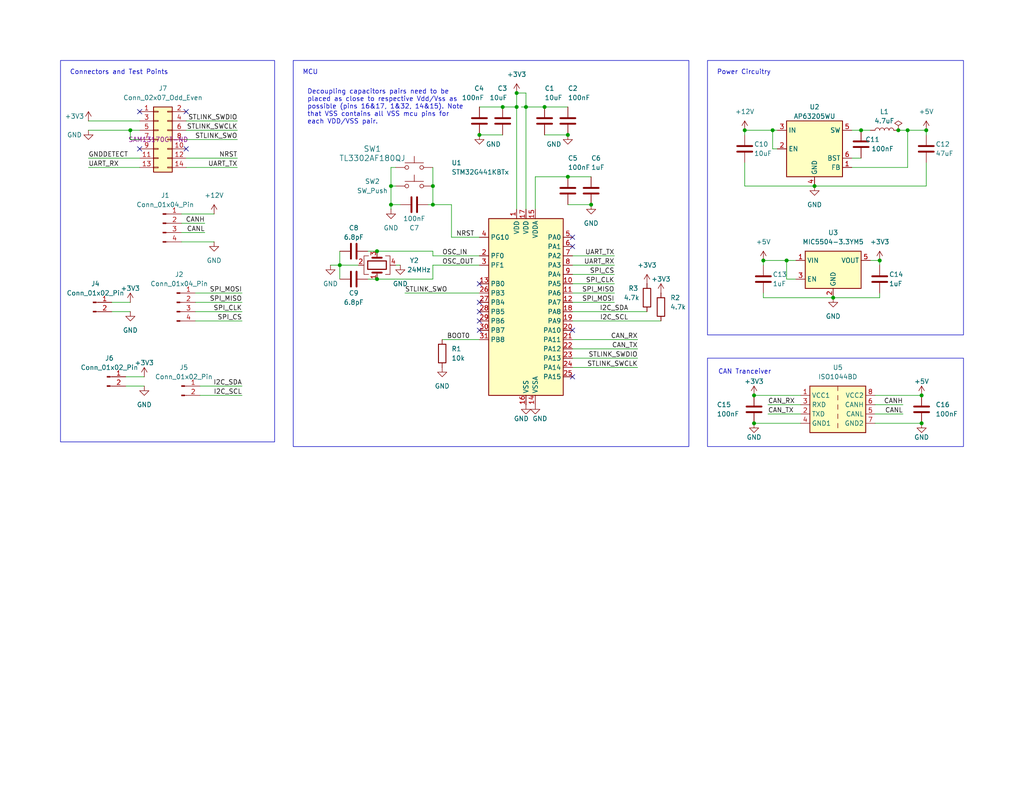
<source format=kicad_sch>
(kicad_sch (version 20250114) (generator "eeschema") (generator_version "9.0")
  (paper "A")
  (title_block (title "stm32-test") (date "2025-08-20") (rev "1.0") (company "Formula Slug"))
  (lib_symbols
    (symbol "Connector:Conn_01x02_Pin" (pin_names (offset 1.016) (hide yes))
      (property "Reference" "J" (at 0 2.54 0))
      (property "Value" "Conn_01x02_Pin" (at 0 -5.08 0))
      (symbol "Conn_01x02_Pin_1_1"
        (rectangle (start 0.8636 0.127) (end 0 -0.127) (stroke (width 0.1524)) (fill (type outline)))
        (rectangle (start 0.8636 -2.413) (end 0 -2.667) (stroke (width 0.1524)) (fill (type outline)))
        (polyline (pts (xy 1.27 0) (xy 0.8636 0)) (stroke (width 0.1524)))
        (polyline (pts (xy 1.27 -2.54) (xy 0.8636 -2.54)) (stroke (width 0.1524)))
        (pin passive line (at 5.08 0 180) (length 3.81) (name "Pin_1") (number "1"))
        (pin passive line (at 5.08 -2.54 180) (length 3.81) (name "Pin_2") (number "2"))
      )
    )
    (symbol "Connector:Conn_01x04_Pin" (pin_names (offset 1.016) (hide yes))
      (property "Reference" "J" (at 0 5.08 0))
      (property "Value" "Conn_01x04_Pin" (at 0 -7.62 0))
      (symbol "Conn_01x04_Pin_1_1"
        (rectangle (start 0.8636 2.667) (end 0 2.413) (stroke (width 0.1524)) (fill (type outline)))
        (rectangle (start 0.8636 0.127) (end 0 -0.127) (stroke (width 0.1524)) (fill (type outline)))
        (rectangle (start 0.8636 -2.413) (end 0 -2.667) (stroke (width 0.1524)) (fill (type outline)))
        (rectangle (start 0.8636 -4.953) (end 0 -5.207) (stroke (width 0.1524)) (fill (type outline)))
        (polyline (pts (xy 1.27 2.54) (xy 0.8636 2.54)) (stroke (width 0.1524)))
        (polyline (pts (xy 1.27 0) (xy 0.8636 0)) (stroke (width 0.1524)))
        (polyline (pts (xy 1.27 -2.54) (xy 0.8636 -2.54)) (stroke (width 0.1524)))
        (polyline (pts (xy 1.27 -5.08) (xy 0.8636 -5.08)) (stroke (width 0.1524)))
        (pin passive line (at 5.08 2.54 180) (length 3.81) (name "Pin_1") (number "1"))
        (pin passive line (at 5.08 0 180) (length 3.81) (name "Pin_2") (number "2"))
        (pin passive line (at 5.08 -2.54 180) (length 3.81) (name "Pin_3") (number "3"))
        (pin passive line (at 5.08 -5.08 180) (length 3.81) (name "Pin_4") (number "4"))
      )
    )
    (symbol "Connector_Generic:Conn_02x07_Odd_Even" (pin_names (offset 1.016) (hide yes))
      (property "Reference" "J" (at 1.27 10.16 0))
      (property "Value" "Conn_02x07_Odd_Even" (at 1.27 -10.16 0))
      (symbol "Conn_02x07_Odd_Even_1_1"
        (rectangle (start -1.27 8.89) (end 3.81 -8.89) (stroke (width 0.254)) (fill (type background)))
        (rectangle (start -1.27 7.747) (end 0 7.493) (stroke (width 0.1524)))
        (rectangle (start -1.27 5.207) (end 0 4.953) (stroke (width 0.1524)))
        (rectangle (start -1.27 2.667) (end 0 2.413) (stroke (width 0.1524)))
        (rectangle (start -1.27 0.127) (end 0 -0.127) (stroke (width 0.1524)))
        (rectangle (start -1.27 -2.413) (end 0 -2.667) (stroke (width 0.1524)))
        (rectangle (start -1.27 -4.953) (end 0 -5.207) (stroke (width 0.1524)))
        (rectangle (start -1.27 -7.493) (end 0 -7.747) (stroke (width 0.1524)))
        (rectangle (start 3.81 7.747) (end 2.54 7.493) (stroke (width 0.1524)))
        (rectangle (start 3.81 5.207) (end 2.54 4.953) (stroke (width 0.1524)))
        (rectangle (start 3.81 2.667) (end 2.54 2.413) (stroke (width 0.1524)))
        (rectangle (start 3.81 0.127) (end 2.54 -0.127) (stroke (width 0.1524)))
        (rectangle (start 3.81 -2.413) (end 2.54 -2.667) (stroke (width 0.1524)))
        (rectangle (start 3.81 -4.953) (end 2.54 -5.207) (stroke (width 0.1524)))
        (rectangle (start 3.81 -7.493) (end 2.54 -7.747) (stroke (width 0.1524)))
        (pin passive line (at -5.08 7.62 0) (length 3.81) (name "Pin_1") (number "1"))
        (pin passive line (at -5.08 5.08 0) (length 3.81) (name "Pin_3") (number "3"))
        (pin passive line (at -5.08 2.54 0) (length 3.81) (name "Pin_5") (number "5"))
        (pin passive line (at -5.08 0 0) (length 3.81) (name "Pin_7") (number "7"))
        (pin passive line (at -5.08 -2.54 0) (length 3.81) (name "Pin_9") (number "9"))
        (pin passive line (at -5.08 -5.08 0) (length 3.81) (name "Pin_11") (number "11"))
        (pin passive line (at -5.08 -7.62 0) (length 3.81) (name "Pin_13") (number "13"))
        (pin passive line (at 7.62 7.62 180) (length 3.81) (name "Pin_2") (number "2"))
        (pin passive line (at 7.62 5.08 180) (length 3.81) (name "Pin_4") (number "4"))
        (pin passive line (at 7.62 2.54 180) (length 3.81) (name "Pin_6") (number "6"))
        (pin passive line (at 7.62 0 180) (length 3.81) (name "Pin_8") (number "8"))
        (pin passive line (at 7.62 -2.54 180) (length 3.81) (name "Pin_10") (number "10"))
        (pin passive line (at 7.62 -5.08 180) (length 3.81) (name "Pin_12") (number "12"))
        (pin passive line (at 7.62 -7.62 180) (length 3.81) (name "Pin_14") (number "14"))
      )
    )
    (symbol "Device:C" (pin_numbers (hide yes)) (pin_names (offset 0.254))
      (property "Reference" "C" (at 0.635 2.54 0))
      (property "Value" "C" (at 0.635 -2.54 0))
      (symbol "C_0_1"
        (polyline (pts (xy -2.032 0.762) (xy 2.032 0.762)) (stroke (width 0.508)))
        (polyline (pts (xy -2.032 -0.762) (xy 2.032 -0.762)) (stroke (width 0.508)))
      )
      (symbol "C_1_1"
        (pin passive line (at 0 3.81 270) (length 2.794) (name "~") (number "1"))
        (pin passive line (at 0 -3.81 90) (length 2.794) (name "~") (number "2"))
      )
    )
    (symbol "Device:Crystal_GND24" (pin_names (offset 1.016) (hide yes))
      (property "Reference" "Y" (at 3.175 5.08 0))
      (property "Value" "Crystal_GND24" (at 3.175 3.175 0))
      (symbol "Crystal_GND24_0_1"
        (polyline (pts (xy -2.54 2.286) (xy -2.54 3.556) (xy 2.54 3.556) (xy 2.54 2.286)))
        (polyline (pts (xy -2.54 0) (xy -2.032 0)))
        (polyline (pts (xy -2.54 -2.286) (xy -2.54 -3.556) (xy 2.54 -3.556) (xy 2.54 -2.286)))
        (polyline (pts (xy -2.032 -1.27) (xy -2.032 1.27)) (stroke (width 0.508)))
        (rectangle (start -1.143 2.54) (end 1.143 -2.54) (stroke (width 0.3048)))
        (polyline (pts (xy 0 3.556) (xy 0 3.81)))
        (polyline (pts (xy 0 -3.81) (xy 0 -3.556)))
        (polyline (pts (xy 2.032 0) (xy 2.54 0)))
        (polyline (pts (xy 2.032 -1.27) (xy 2.032 1.27)) (stroke (width 0.508)))
      )
      (symbol "Crystal_GND24_1_1"
        (pin passive line (at -3.81 0 0) (length 1.27) (name "1") (number "1"))
        (pin passive line (at 0 5.08 270) (length 1.27) (name "2") (number "2"))
        (pin passive line (at 0 -5.08 90) (length 1.27) (name "4") (number "4"))
        (pin passive line (at 3.81 0 180) (length 1.27) (name "3") (number "3"))
      )
    )
    (symbol "Device:L" (pin_numbers (hide yes)) (pin_names (offset 1.016) (hide yes))
      (property "Reference" "L" (at -1.27 0 90))
      (property "Value" "L" (at 1.905 0 90))
      (symbol "L_0_1"
        (arc (start 0 2.54) (mid 0.6323 1.905) (end 0 1.27))
        (arc (start 0 1.27) (mid 0.6323 0.635) (end 0 0))
        (arc (start 0 0) (mid 0.6323 -0.635) (end 0 -1.27))
        (arc (start 0 -1.27) (mid 0.6323 -1.905) (end 0 -2.54))
      )
      (symbol "L_1_1"
        (pin passive line (at 0 3.81 270) (length 1.27) (name "1") (number "1"))
        (pin passive line (at 0 -3.81 90) (length 1.27) (name "2") (number "2"))
      )
    )
    (symbol "Device:R" (pin_numbers (hide yes)) (pin_names (offset 0))
      (property "Reference" "R" (at 2.032 0 90))
      (property "Value" "R" (at 0 0 90))
      (symbol "R_0_1"
        (rectangle (start -1.016 -2.54) (end 1.016 2.54) (stroke (width 0.254)))
      )
      (symbol "R_1_1"
        (pin passive line (at 0 3.81 270) (length 1.27) (name "~") (number "1"))
        (pin passive line (at 0 -3.81 90) (length 1.27) (name "~") (number "2"))
      )
    )
    (symbol "Interface_CAN_LIN:ISO1044BD"
      (property "Reference" "U" (at -6.35 6.35 0))
      (property "Value" "ISO1044BD" (at 2.54 6.35 0))
      (symbol "ISO1044BD_0_1"
        (rectangle (start -7.62 5.08) (end 7.62 -7.62) (stroke (width 0.254)) (fill (type background)))
        (polyline (pts (xy 0 5.08) (xy 0 3.81)))
        (polyline (pts (xy 0 2.54) (xy 0 1.27)))
        (polyline (pts (xy 0 0) (xy 0 -1.27)))
        (polyline (pts (xy 0 -2.54) (xy 0 -3.81)))
        (polyline (pts (xy 0 -5.08) (xy 0 -6.35)))
      )
      (symbol "ISO1044BD_1_1"
        (pin power_in line (at -10.16 2.54 0) (length 2.54) (name "VCC1") (number "1"))
        (pin output line (at -10.16 0 0) (length 2.54) (name "RXD") (number "3"))
        (pin input line (at -10.16 -2.54 0) (length 2.54) (name "TXD") (number "2"))
        (pin power_in line (at -10.16 -5.08 0) (length 2.54) (name "GND1") (number "4"))
        (pin power_in line (at 10.16 2.54 180) (length 2.54) (name "VCC2") (number "8"))
        (pin bidirectional line (at 10.16 0 180) (length 2.54) (name "CANH") (number "6"))
        (pin bidirectional line (at 10.16 -2.54 180) (length 2.54) (name "CANL") (number "5"))
        (pin power_in line (at 10.16 -5.08 180) (length 2.54) (name "GND2") (number "7"))
      )
    )
    (symbol "MCU_ST_STM32G4:STM32G441KBTx"
      (property "Reference" "U" (at -10.16 26.67 0))
      (property "Value" "STM32G441KBTx" (at 5.08 26.67 0))
      (symbol "STM32G441KBTx_0_1"
        (rectangle (start -10.16 -22.86) (end 10.16 25.4) (stroke (width 0.254)) (fill (type background)))
      )
      (symbol "STM32G441KBTx_1_1"
        (pin bidirectional line (at -12.7 20.32 0) (length 2.54) (name "PG10") (number "4"))
        (pin bidirectional line (at -12.7 15.24 0) (length 2.54) (name "PF0") (number "2"))
        (pin bidirectional line (at -12.7 12.7 0) (length 2.54) (name "PF1") (number "3"))
        (pin bidirectional line (at -12.7 7.62 0) (length 2.54) (name "PB0") (number "13"))
        (pin bidirectional line (at -12.7 5.08 0) (length 2.54) (name "PB3") (number "26"))
        (pin bidirectional line (at -12.7 2.54 0) (length 2.54) (name "PB4") (number "27"))
        (pin bidirectional line (at -12.7 0 0) (length 2.54) (name "PB5") (number "28"))
        (pin bidirectional line (at -12.7 -2.54 0) (length 2.54) (name "PB6") (number "29"))
        (pin bidirectional line (at -12.7 -5.08 0) (length 2.54) (name "PB7") (number "30"))
        (pin bidirectional line (at -12.7 -7.62 0) (length 2.54) (name "PB8") (number "31"))
        (pin power_in line (at -2.54 27.94 270) (length 2.54) (name "VDD") (number "1"))
        (pin power_in line (at 0 27.94 270) (length 2.54) (name "VDD") (number "17"))
        (pin power_in line (at 0 -25.4 90) (length 2.54) (name "VSS") (number "16"))
        (pin passive line (at 0 -25.4 90) (length 2.54) (hide yes) (name "VSS") (number "32"))
        (pin power_in line (at 2.54 27.94 270) (length 2.54) (name "VDDA") (number "15"))
        (pin power_in line (at 2.54 -25.4 90) (length 2.54) (name "VSSA") (number "14"))
        (pin bidirectional line (at 12.7 20.32 180) (length 2.54) (name "PA0") (number "5"))
        (pin bidirectional line (at 12.7 17.78 180) (length 2.54) (name "PA1") (number "6"))
        (pin bidirectional line (at 12.7 15.24 180) (length 2.54) (name "PA2") (number "7"))
        (pin bidirectional line (at 12.7 12.7 180) (length 2.54) (name "PA3") (number "8"))
        (pin bidirectional line (at 12.7 10.16 180) (length 2.54) (name "PA4") (number "9"))
        (pin bidirectional line (at 12.7 7.62 180) (length 2.54) (name "PA5") (number "10"))
        (pin bidirectional line (at 12.7 5.08 180) (length 2.54) (name "PA6") (number "11"))
        (pin bidirectional line (at 12.7 2.54 180) (length 2.54) (name "PA7") (number "12"))
        (pin bidirectional line (at 12.7 0 180) (length 2.54) (name "PA8") (number "18"))
        (pin bidirectional line (at 12.7 -2.54 180) (length 2.54) (name "PA9") (number "19"))
        (pin bidirectional line (at 12.7 -5.08 180) (length 2.54) (name "PA10") (number "20"))
        (pin bidirectional line (at 12.7 -7.62 180) (length 2.54) (name "PA11") (number "21"))
        (pin bidirectional line (at 12.7 -10.16 180) (length 2.54) (name "PA12") (number "22"))
        (pin bidirectional line (at 12.7 -12.7 180) (length 2.54) (name "PA13") (number "23"))
        (pin bidirectional line (at 12.7 -15.24 180) (length 2.54) (name "PA14") (number "24"))
        (pin bidirectional line (at 12.7 -17.78 180) (length 2.54) (name "PA15") (number "25"))
      )
    )
    (symbol "Regulator_Linear:MIC5504-3.3YM5"
      (property "Reference" "U" (at -7.62 8.89 0))
      (property "Value" "MIC5504-3.3YM5" (at -7.62 6.35 0))
      (symbol "MIC5504-3.3YM5_0_1"
        (rectangle (start -7.62 -5.08) (end 7.62 5.08) (stroke (width 0.254)) (fill (type background)))
      )
      (symbol "MIC5504-3.3YM5_1_1"
        (pin power_in line (at -10.16 2.54 0) (length 2.54) (name "VIN") (number "1"))
        (pin input line (at -10.16 -2.54 0) (length 2.54) (name "EN") (number "3"))
        (pin power_in line (at 0 -7.62 90) (length 2.54) (name "GND") (number "2"))
        (pin no_connect line (at 7.62 -2.54 180) (length 2.54) (hide yes) (name "NC") (number "4"))
        (pin power_out line (at 10.16 2.54 180) (length 2.54) (name "VOUT") (number "5"))
      )
    )
    (symbol "Regulator_Switching:AP63205WU"
      (property "Reference" "U1" (at 0 13.97 0))
      (property "Value" "AP63205WU" (at 0 11.43 0))
      (symbol "AP63205WU_0_1"
        (rectangle (start -7.62 10.16) (end 7.62 -5.08) (stroke (width 0.254)) (fill (type background)))
      )
      (symbol "AP63205WU_1_1"
        (pin power_in line (at -10.16 7.62 0) (length 2.54) (name "IN") (number "3"))
        (pin input line (at -10.16 2.54 0) (length 2.54) (name "EN") (number "2"))
        (pin power_in line (at 0 -7.62 90) (length 2.54) (name "GND") (number "4"))
        (pin output line (at 10.16 7.62 180) (length 2.54) (name "SW") (number "5"))
        (pin passive line (at 10.16 0 180) (length 2.54) (name "BST") (number "6"))
        (pin input line (at 10.16 -2.54 180) (length 2.54) (name "FB") (number "1"))
      )
    )
    (symbol "Switch:SW_Push" (pin_numbers (hide yes)) (pin_names (offset 1.016) (hide yes))
      (property "Reference" "SW" (at 1.27 2.54 0))
      (property "Value" "SW_Push" (at 0 -1.524 0))
      (symbol "SW_Push_0_1"
        (circle (center -2.032 0) (radius 0.508))
        (polyline (pts (xy 0 1.27) (xy 0 3.048)))
        (circle (center 2.032 0) (radius 0.508))
        (polyline (pts (xy 2.54 1.27) (xy -2.54 1.27)))
        (pin passive line (at -5.08 0 0) (length 2.54) (name "1") (number "1"))
        (pin passive line (at 5.08 0 180) (length 2.54) (name "2") (number "2"))
      )
    )
    (symbol "fs_4_schematic_library:TL3302AF180QJ" (pin_numbers (hide yes)) (pin_names (offset 0.254) (hide yes))
      (property "Reference" "SW" (at 7.62 3.81 0))
      (property "Value" "TL3302AF180QJ" (at 5.334 7.366 0))
      (symbol "TL3302AF180QJ_0_1"
        (circle (center 5.588 -1.27) (radius 0.508))
        (polyline (pts (xy 7.62 0) (xy 7.62 1.778)))
        (circle (center 9.652 -1.27) (radius 0.508))
        (polyline (pts (xy 10.16 0) (xy 5.08 0)))
        (pin passive line (at 12.7 -1.27 180) (length 2.54) (name "2") (number "2"))
      )
      (symbol "TL3302AF180QJ_1_1"
        (pin passive line (at 2.54 -1.27 0) (length 2.54) (name "1") (number "1"))
      )
    )
    (symbol "power:+12V" (power) (pin_numbers (hide yes)) (pin_names (offset 0) (hide yes))
      (property "Value" "+12V" (at 0 3.556 0))
      (symbol "+12V_0_1"
        (polyline (pts (xy -0.762 1.27) (xy 0 2.54)))
        (polyline (pts (xy 0 2.54) (xy 0.762 1.27)))
        (polyline (pts (xy 0 0) (xy 0 2.54)))
      )
      (symbol "+12V_1_1"
        (pin power_in line (at 0 0 90) (length 0) (name "~") (number "1"))
      )
    )
    (symbol "power:+3V3" (power) (pin_numbers (hide yes)) (pin_names (offset 0) (hide yes))
      (property "Value" "+3V3" (at 0 3.556 0))
      (symbol "+3V3_0_1"
        (polyline (pts (xy -0.762 1.27) (xy 0 2.54)))
        (polyline (pts (xy 0 2.54) (xy 0.762 1.27)))
        (polyline (pts (xy 0 0) (xy 0 2.54)))
      )
      (symbol "+3V3_1_1"
        (pin power_in line (at 0 0 90) (length 0) (name "~") (number "1"))
      )
    )
    (symbol "power:+5V" (power) (pin_numbers (hide yes)) (pin_names (offset 0) (hide yes))
      (property "Value" "+5V" (at 0 3.556 0))
      (symbol "+5V_0_1"
        (polyline (pts (xy -0.762 1.27) (xy 0 2.54)))
        (polyline (pts (xy 0 2.54) (xy 0.762 1.27)))
        (polyline (pts (xy 0 0) (xy 0 2.54)))
      )
      (symbol "+5V_1_1"
        (pin power_in line (at 0 0 90) (length 0) (name "~") (number "1"))
      )
    )
    (symbol "power:GND" (power) (pin_numbers (hide yes)) (pin_names (offset 0) (hide yes))
      (property "Value" "GND" (at 0 -3.81 0))
      (symbol "GND_0_1"
        (polyline (pts (xy 0 0) (xy 0 -1.27) (xy 1.27 -1.27) (xy 0 -2.54) (xy -1.27 -1.27) (xy 0 -1.27)))
      )
      (symbol "GND_1_1"
        (pin power_in line (at 0 0 270) (length 0) (name "~") (number "1"))
      )
    )
    (symbol "power:PWR_FLAG" (power) (pin_numbers (hide yes)) (pin_names (offset 0) (hide yes))
      (property "Value" "PWR_FLAG" (at 0 3.81 0))
      (symbol "PWR_FLAG_0_0"
        (pin power_out line (at 0 0 90) (length 0) (name "~") (number "1"))
      )
      (symbol "PWR_FLAG_0_1"
        (polyline (pts (xy 0 0) (xy 0 1.27) (xy -1.016 1.905) (xy 0 2.54) (xy 1.016 1.905) (xy 0 1.27)))
      )
    )
  )
  (rectangle (start 16.51 16.51) (end 74.93 120.65))
  (rectangle (start 80.01 16.51) (end 187.96 121.92))
  (rectangle (start 193.04 97.79) (end 262.89 121.92))
  (rectangle (start 193.04 16.51) (end 262.89 91.44))
  (text "Decoupling capacitors pairs need to be\nplaced as close to respective Vdd/Vss as\npossible (pins 16&17, 1&32, 14&15). Note\nthat VSS contains all VSS mcu pins for\neach VDD/VSS pair." (at 83.82 29.21 0) (effects (font (size 1.27 1.27)) (justify left)))
  (text "Power Circuitry" (at 195.58 19.05 0) (effects (font (size 1.27 1.27)) (justify left top)))
  (text "CAN Tranceiver" (at 203.2 101.6 0) (effects (font (size 1.27 1.27))))
  (text "MCU" (at 82.55 19.05 0) (effects (font (size 1.27 1.27)) (justify left top)))
  (text "Connectors and Test Points\n" (at 19.05 19.05 0) (effects (font (size 1.27 1.27)) (justify left top)))
  (junction (at 245.11 35.56))
  (junction (at 102.87 76.2))
  (junction (at 154.94 48.26))
  (junction (at 140.97 29.21))
  (junction (at 234.95 35.56))
  (junction (at 154.94 36.83))
  (junction (at 102.87 68.58))
  (junction (at 35.56 35.56))
  (junction (at 143.51 29.21))
  (junction (at 208.28 71.12))
  (junction (at 106.68 55.88))
  (junction (at 214.63 71.12))
  (junction (at 106.68 50.8))
  (junction (at 118.11 55.88))
  (junction (at 92.71 72.39))
  (junction (at 227.33 81.28))
  (junction (at 148.59 29.21))
  (junction (at 203.2 35.56))
  (junction (at 140.97 25.4))
  (junction (at 205.74 115.57))
  (junction (at 251.46 115.57))
  (junction (at 240.03 71.12))
  (junction (at 205.74 107.95))
  (junction (at 252.73 35.56))
  (junction (at 161.29 55.88))
  (junction (at 118.11 50.8))
  (junction (at 210.82 35.56))
  (junction (at 137.16 29.21))
  (junction (at 251.46 107.95))
  (junction (at 222.25 50.8))
  (junction (at 130.81 36.83))
  (junction (at 247.65 35.56))
  (no_connect (at 130.81 90.17))
  (no_connect (at 50.8 30.48))
  (no_connect (at 156.21 64.77))
  (no_connect (at 156.21 90.17))
  (no_connect (at 38.1 30.48))
  (no_connect (at 130.81 87.63))
  (no_connect (at 38.1 40.64))
  (no_connect (at 130.81 77.47))
  (no_connect (at 50.8 40.64))
  (no_connect (at 130.81 85.09))
  (no_connect (at 130.81 82.55))
  (no_connect (at 156.21 102.87))
  (no_connect (at 156.21 67.31))
  (wire (pts (xy 209.55 113.03) (xy 218.44 113.03)))
  (wire (pts (xy 123.19 64.77) (xy 130.81 64.77)))
  (wire (pts (xy 64.77 35.56) (xy 50.8 35.56)))
  (wire (pts (xy 38.1 38.1) (xy 35.56 38.1)))
  (wire (pts (xy 247.65 35.56) (xy 252.73 35.56)))
  (wire (pts (xy 118.11 45.72) (xy 118.11 50.8)))
  (wire (pts (xy 156.21 82.55) (xy 167.64 82.55)))
  (wire (pts (xy 118.11 69.85) (xy 130.81 69.85)))
  (wire (pts (xy 208.28 80.01) (xy 208.28 81.28)))
  (wire (pts (xy 100.33 76.2) (xy 102.87 76.2)))
  (wire (pts (xy 106.68 50.8) (xy 106.68 55.88)))
  (wire (pts (xy 156.21 95.25) (xy 173.99 95.25)))
  (wire (pts (xy 30.48 82.55) (xy 35.56 82.55)))
  (wire (pts (xy 208.28 71.12) (xy 208.28 72.39)))
  (wire (pts (xy 54.61 105.41) (xy 66.04 105.41)))
  (wire (pts (xy 203.2 44.45) (xy 203.2 50.8)))
  (wire (pts (xy 240.03 72.39) (xy 240.03 71.12)))
  (wire (pts (xy 156.21 74.93) (xy 167.64 74.93)))
  (wire (pts (xy 38.1 45.72) (xy 24.13 45.72)))
  (wire (pts (xy 34.29 105.41) (xy 39.37 105.41)))
  (wire (pts (xy 92.71 72.39) (xy 92.71 76.2)))
  (wire (pts (xy 50.8 43.18) (xy 64.77 43.18)))
  (wire (pts (xy 245.11 35.56) (xy 247.65 35.56)))
  (wire (pts (xy 53.34 85.09) (xy 66.04 85.09)))
  (wire (pts (xy 142.24 29.21) (xy 143.51 29.21)))
  (wire (pts (xy 252.73 36.83) (xy 252.73 35.56)))
  (wire (pts (xy 205.74 107.95) (xy 218.44 107.95)))
  (wire (pts (xy 106.68 57.15) (xy 106.68 55.88)))
  (wire (pts (xy 238.76 107.95) (xy 251.46 107.95)))
  (wire (pts (xy 154.94 55.88) (xy 161.29 55.88)))
  (wire (pts (xy 50.8 38.1) (xy 64.77 38.1)))
  (wire (pts (xy 143.51 29.21) (xy 148.59 29.21)))
  (wire (pts (xy 35.56 35.56) (xy 38.1 35.56)))
  (wire (pts (xy 156.21 85.09) (xy 176.53 85.09)))
  (wire (pts (xy 137.16 29.21) (xy 140.97 29.21)))
  (wire (pts (xy 92.71 68.58) (xy 92.71 72.39)))
  (wire (pts (xy 118.11 72.39) (xy 130.81 72.39)))
  (wire (pts (xy 234.95 35.56) (xy 237.49 35.56)))
  (wire (pts (xy 106.68 45.72) (xy 106.68 50.8)))
  (wire (pts (xy 148.59 36.83) (xy 154.94 36.83)))
  (wire (pts (xy 106.68 55.88) (xy 109.22 55.88)))
  (wire (pts (xy 156.21 80.01) (xy 167.64 80.01)))
  (wire (pts (xy 140.97 25.4) (xy 140.97 29.21)))
  (wire (pts (xy 118.11 68.58) (xy 118.11 69.85)))
  (wire (pts (xy 156.21 87.63) (xy 180.34 87.63)))
  (wire (pts (xy 116.84 55.88) (xy 118.11 55.88)))
  (wire (pts (xy 92.71 72.39) (xy 97.79 72.39)))
  (wire (pts (xy 100.33 68.58) (xy 102.87 68.58)))
  (wire (pts (xy 240.03 80.01) (xy 240.03 81.28)))
  (wire (pts (xy 106.68 50.8) (xy 107.95 50.8)))
  (wire (pts (xy 156.21 77.47) (xy 167.64 77.47)))
  (wire (pts (xy 102.87 76.2) (xy 118.11 76.2)))
  (wire (pts (xy 247.65 45.72) (xy 232.41 45.72)))
  (wire (pts (xy 205.74 115.57) (xy 218.44 115.57)))
  (wire (pts (xy 156.21 69.85) (xy 167.64 69.85)))
  (wire (pts (xy 24.13 43.18) (xy 38.1 43.18)))
  (wire (pts (xy 54.61 107.95) (xy 66.04 107.95)))
  (wire (pts (xy 30.48 85.09) (xy 35.56 85.09)))
  (wire (pts (xy 137.16 29.21) (xy 130.81 29.21)))
  (wire (pts (xy 107.95 72.39) (xy 109.22 72.39)))
  (wire (pts (xy 238.76 113.03) (xy 246.38 113.03)))
  (wire (pts (xy 58.42 58.42) (xy 49.53 58.42)))
  (wire (pts (xy 53.34 80.01) (xy 66.04 80.01)))
  (wire (pts (xy 210.82 35.56) (xy 210.82 40.64)))
  (wire (pts (xy 208.28 81.28) (xy 227.33 81.28)))
  (wire (pts (xy 154.94 48.26) (xy 161.29 48.26)))
  (wire (pts (xy 140.97 29.21) (xy 140.97 57.15)))
  (wire (pts (xy 143.51 25.4) (xy 143.51 29.21)))
  (wire (pts (xy 118.11 76.2) (xy 118.11 72.39)))
  (wire (pts (xy 55.88 60.96) (xy 49.53 60.96)))
  (wire (pts (xy 34.29 102.87) (xy 39.37 102.87)))
  (wire (pts (xy 222.25 50.8) (xy 252.73 50.8)))
  (wire (pts (xy 123.19 64.77) (xy 123.19 55.88)))
  (wire (pts (xy 156.21 97.79) (xy 173.99 97.79)))
  (wire (pts (xy 217.17 71.12) (xy 214.63 71.12)))
  (wire (pts (xy 252.73 44.45) (xy 252.73 50.8)))
  (wire (pts (xy 214.63 76.2) (xy 214.63 71.12)))
  (wire (pts (xy 50.8 33.02) (xy 64.77 33.02)))
  (wire (pts (xy 55.88 63.5) (xy 49.53 63.5)))
  (wire (pts (xy 24.13 35.56) (xy 35.56 35.56)))
  (wire (pts (xy 240.03 71.12) (xy 237.49 71.12)))
  (wire (pts (xy 148.59 29.21) (xy 154.94 29.21)))
  (wire (pts (xy 234.95 43.18) (xy 232.41 43.18)))
  (wire (pts (xy 238.76 115.57) (xy 251.46 115.57)))
  (wire (pts (xy 102.87 68.58) (xy 118.11 68.58)))
  (wire (pts (xy 90.17 72.39) (xy 92.71 72.39)))
  (wire (pts (xy 110.49 80.01) (xy 130.81 80.01)))
  (wire (pts (xy 217.17 76.2) (xy 214.63 76.2)))
  (wire (pts (xy 203.2 50.8) (xy 222.25 50.8)))
  (wire (pts (xy 35.56 38.1) (xy 35.56 35.56)))
  (wire (pts (xy 50.8 45.72) (xy 64.77 45.72)))
  (wire (pts (xy 240.03 81.28) (xy 227.33 81.28)))
  (wire (pts (xy 238.76 110.49) (xy 246.38 110.49)))
  (wire (pts (xy 53.34 87.63) (xy 66.04 87.63)))
  (wire (pts (xy 203.2 35.56) (xy 210.82 35.56)))
  (wire (pts (xy 232.41 35.56) (xy 234.95 35.56)))
  (wire (pts (xy 146.05 48.26) (xy 146.05 57.15)))
  (wire (pts (xy 156.21 92.71) (xy 173.99 92.71)))
  (wire (pts (xy 120.65 92.71) (xy 130.81 92.71)))
  (wire (pts (xy 156.21 100.33) (xy 173.99 100.33)))
  (wire (pts (xy 118.11 50.8) (xy 118.11 55.88)))
  (wire (pts (xy 203.2 35.56) (xy 203.2 36.83)))
  (wire (pts (xy 53.34 82.55) (xy 66.04 82.55)))
  (wire (pts (xy 146.05 48.26) (xy 154.94 48.26)))
  (wire (pts (xy 209.55 110.49) (xy 218.44 110.49)))
  (wire (pts (xy 49.53 66.04) (xy 58.42 66.04)))
  (wire (pts (xy 210.82 35.56) (xy 212.09 35.56)))
  (wire (pts (xy 137.16 36.83) (xy 130.81 36.83)))
  (wire (pts (xy 210.82 40.64) (xy 212.09 40.64)))
  (wire (pts (xy 247.65 35.56) (xy 247.65 45.72)))
  (wire (pts (xy 143.51 29.21) (xy 143.51 57.15)))
  (wire (pts (xy 208.28 71.12) (xy 214.63 71.12)))
  (wire (pts (xy 156.21 72.39) (xy 167.64 72.39)))
  (wire (pts (xy 123.19 55.88) (xy 118.11 55.88)))
  (wire (pts (xy 24.13 33.02) (xy 38.1 33.02)))
  (wire (pts (xy 107.95 45.72) (xy 106.68 45.72)))
  (wire (pts (xy 140.97 25.4) (xy 143.51 25.4)))
  (label "OSC_OUT" (at 120.65 72.39 0))
  (label "CAN_RX" (at 173.99 92.71 180))
  (label "NRST" (at 124.46 64.77 0))
  (label "NRST" (at 64.77 43.18 180))
  (label "SPI_CS" (at 167.64 74.93 180))
  (label "CANH" (at 246.38 110.49 180))
  (label "CAN_TX" (at 173.99 95.25 180))
  (label "CANL" (at 55.88 63.5 180))
  (label "I2C_SDA" (at 66.04 105.41 180))
  (label "STLINK_SWDIO" (at 64.77 33.02 180))
  (label "CAN_TX" (at 209.55 113.03 0))
  (label "UART_RX" (at 24.13 45.72 0))
  (label "I2C_SCL" (at 66.04 107.95 180))
  (label "UART_RX" (at 167.64 72.39 180))
  (label "SPI_MISO" (at 66.04 82.55 180))
  (label "I2C_SCL" (at 171.45 87.63 180))
  (label "OSC_IN" (at 120.65 69.85 0))
  (label "SPI_MOSI" (at 66.04 80.01 180))
  (label "SPI_CLK" (at 167.64 77.47 180))
  (label "STLINK_SWCLK" (at 64.77 35.56 180))
  (label "STLINK_SWCLK" (at 173.99 100.33 180))
  (label "SPI_CS" (at 66.04 87.63 180))
  (label "I2C_SDA" (at 171.45 85.09 180))
  (label "CAN_RX" (at 209.55 110.49 0))
  (label "STLINK_SWDIO" (at 173.99 97.79 180))
  (label "SPI_MISO" (at 167.64 80.01 180))
  (label "BOOT0" (at 121.92 92.71 0))
  (label "STLINK_SWO" (at 64.77 38.1 180))
  (label "UART_TX" (at 64.77 45.72 180))
  (label "SPI_MOSI" (at 167.64 82.55 180))
  (label "UART_TX" (at 167.64 69.85 180))
  (label "STLINK_SWO" (at 110.49 80.01 0))
  (label "SPI_CLK" (at 66.04 85.09 180))
  (label "CANH" (at 55.88 60.96 180))
  (label "CANL" (at 246.38 113.03 180))
  (label "GNDDETECT" (at 24.13 43.18 0))
  (symbol (lib_id "power:PWR_FLAG") (at 245.11 35.56 0) (unit 1)
    (property "Reference" "#FLG0101" (effects (hide yes)))
    (property "Value" "PWR_FLAG" (effects (hide yes)))
    (property "Description" "Special symbol for telling ERC where power comes from" (effects (hide yes)))
  )
  (symbol (lib_id "power:GND") (at 106.68 57.15 0) (unit 1)
    (property "Reference" "#PWR010" (effects (hide yes)))
    (property "Value" "GND" (at 106.68 62.23 0))
    (property "Description" "Power symbol creates a global label with name \"GND\" , ground" (effects (hide yes)))
  )
  (symbol (lib_id "Device:Crystal_GND24") (at 102.87 72.39 90) (unit 1)
    (property "Reference" "Y2" (at 113.03 71.12 90))
    (property "Value" "24MHz" (at 114.3 73.66 90))
    (property "Footprint" "Crystal:Crystal_SMD_2016-4Pin_2.0x1.6mm" (effects (hide yes)))
    (property "Datasheet" "https://ecsxtal.com/store/pdf/ECX-1637B.pdf" (effects (hide yes)))
    (property "Description" "Four pin crystal, GND on pins 2 and 4" (effects (hide yes)))
    (property "Digi PN" "XC3063CT-ND" (effects (hide yes)))
    (property "MFG" "ECS" (effects (hide yes)))
    (property "MFG PN" "ECS-240-8-37B-CKY-TR" (effects (hide yes)))
  )
  (symbol (lib_id "MCU_ST_STM32G4:STM32G441KBTx") (at 143.51 85.09 0) (unit 1)
    (property "Reference" "U1" (at 123.19 44.45 0) (effects (justify left)))
    (property "Value" "STM32G441KBTx" (at 123.19 46.99 0) (effects (justify left)))
    (property "Footprint" "Package_QFP:LQFP-32_7x7mm_P0.8mm" (effects (hide yes)))
    (property "Datasheet" "https://www.st.com/resource/en/datasheet/stm32g441kb.pdf" (effects (hide yes)))
    (property "Description" "STMicroelectronics Arm Cortex-M4 MCU, 128KB flash, 32KB RAM, 170 MHz, 1.71-3.6V, 26 GPIO, LQFP32" (effects (hide yes)))
    (property "Digi PN" "497-STM32G441KBT6-ND" (effects (hide yes)))
    (property "MFG" "STM" (effects (hide yes)))
    (property "MFG PN" "STM32G441KBT6" (effects (hide yes)))
  )
  (symbol (lib_id "power:+3V3") (at 24.13 33.02 0) (unit 1)
    (property "Reference" "#PWR011" (effects (hide yes)))
    (property "Value" "+3V3" (at 20.32 31.75 0))
    (property "Description" "Power symbol creates a global label with name \"+3V3\"" (effects (hide yes)))
  )
  (symbol (lib_id "power:GND") (at 58.42 66.04 0) (unit 1)
    (property "Reference" "#PWR02" (effects (hide yes)))
    (property "Value" "GND" (at 58.42 71.12 0))
    (property "Description" "Power symbol creates a global label with name \"GND\" , ground" (effects (hide yes)))
  )
  (symbol (lib_id "power:GND") (at 205.74 115.57 0) (unit 1)
    (property "Reference" "#PWR012" (effects (hide yes)))
    (property "Value" "GND" (at 205.74 119.38 0))
    (property "Description" "Power symbol creates a global label with name \"GND\" , ground" (effects (hide yes)))
  )
  (symbol (lib_id "fs_4_schematic_library:TL3302AF180QJ") (at 105.41 44.45 0) (unit 1)
    (property "Reference" "SW1" (at 101.6 40.64 0) (effects (font (size 1.524 1.524))))
    (property "Value" "TL3302AF180QJ" (at 101.6 43.18 0) (effects (font (size 1.524 1.524))))
    (property "Footprint" "FS_4_FOOTPRINTS_LIBRARY:SW_TL3302AF180QJ_EWI-L" (effects (hide yes)))
    (property "Datasheet" "https://configured-product-images.s3.amazonaws.com/Datasheets/TL3302.pdf" (effects (hide yes)))
    (property "Digi PN" "EG4576CT-ND" (effects (hide yes)))
    (property "MFG" "E-Switch" (effects (hide yes)))
    (property "MFG PN" "TL3302AF180QJ" (effects (hide yes)))
  )
  (symbol (lib_id "Device:C") (at 154.94 33.02 0) (unit 1)
    (property "Reference" "C2" (at 154.94 24.13 0) (effects (justify left)))
    (property "Value" "100nF" (at 154.94 26.67 0) (effects (justify left)))
    (property "Footprint" "Capacitor_SMD:C_0805_2012Metric_Pad1.18x1.45mm_HandSolder" (effects (hide yes)))
    (property "Datasheet" "https://www.yageo.com/upload/media/product/productsearch/datasheet/mlcc/UPY-GPHC_X7R_6.3V-to-250V_24.pdf" (effects (hide yes)))
    (property "Description" "Unpolarized capacitor" (effects (hide yes)))
    (property "Digi PN" "311-1140-1-ND" (effects (hide yes)))
    (property "MFG" "Yageo" (effects (hide yes)))
    (property "MFG PN" "CC0805KRX7R9BB104" (effects (hide yes)))
  )
  (symbol (lib_id "Device:C") (at 252.73 40.64 180) (unit 1)
    (property "Reference" "C12" (at 255.27 39.37 0) (effects (justify right)))
    (property "Value" "47uF" (at 255.27 41.91 0) (effects (justify right)))
    (property "Footprint" "Capacitor_SMD:C_0805_2012Metric_Pad1.18x1.45mm_HandSolder" (effects (hide yes)))
    (property "Datasheet" "https://mm.digikey.com/Volume0/opasdata/d220001/medias/docus/658/CL21A476MQYNNNE_Spec.pdf" (effects (hide yes)))
    (property "Description" "Unpolarized capacitor" (effects (hide yes)))
    (property "Digi PN" "1276-1852-1-ND" (effects (hide yes)))
    (property "MFG" "Samsung Electro-Mechanics" (effects (hide yes)))
    (property "MFG PN" "CL21A476MQYNNNE" (effects (hide yes)))
  )
  (symbol (lib_id "power:+3V3") (at 140.97 25.4 0) (unit 1)
    (property "Reference" "#PWR06" (effects (hide yes)))
    (property "Value" "+3V3" (at 140.97 20.32 0))
    (property "Description" "Power symbol creates a global label with name \"+3V3\"" (effects (hide yes)))
  )
  (symbol (lib_id "power:+3V3") (at 180.34 80.01 0) (unit 1)
    (property "Reference" "#PWR015" (effects (hide yes)))
    (property "Value" "+3V3" (at 180.34 76.2 0))
    (property "Description" "Power symbol creates a global label with name \"+3V3\"" (effects (hide yes)))
  )
  (symbol (lib_id "power:GND") (at 24.13 35.56 0) (unit 1)
    (property "Reference" "#PWR021" (effects (hide yes)))
    (property "Value" "GND" (at 20.32 36.83 0))
    (property "Description" "Power symbol creates a global label with name \"GND\" , ground" (effects (hide yes)))
  )
  (symbol (lib_id "power:+3V3") (at 176.53 77.47 0) (unit 1)
    (property "Reference" "#PWR014" (effects (hide yes)))
    (property "Value" "+3V3" (at 176.53 72.39 0))
    (property "Description" "Power symbol creates a global label with name \"+3V3\"" (effects (hide yes)))
  )
  (symbol (lib_id "Connector:Conn_01x04_Pin") (at 44.45 60.96 0) (unit 1)
    (property "Reference" "J1" (at 45.085 53.34 0))
    (property "Value" "Conn_01x04_Pin" (at 45.085 55.88 0))
    (property "Footprint" "Connector_PinHeader_2.54mm:PinHeader_1x04_P2.54mm_Vertical" (effects (hide yes)))
    (property "Description" "Generic connector, single row, 01x04, script generated" (effects (hide yes)))
  )
  (symbol (lib_id "Regulator_Linear:MIC5504-3.3YM5") (at 227.33 73.66 0) (unit 1)
    (property "Reference" "U3" (at 227.33 63.5 0))
    (property "Value" "MIC5504-3.3YM5" (at 227.33 66.04 0))
    (property "Footprint" "Package_TO_SOT_SMD:SOT-23-5" (effects (hide yes)))
    (property "Datasheet" "http://ww1.microchip.com/downloads/en/DeviceDoc/MIC550X.pdf" (effects (hide yes)))
    (property "Description" "300mA Low-dropout Voltage Regulator, Vout 3.3V, Vin up to 5.5V, SOT-23" (effects (hide yes)))
    (property "Digi PN" "576-4764-1-ND" (effects (hide yes)))
    (property "MFG" "Microchip Technology" (effects (hide yes)))
    (property "MFG PN" "MIC5504-3.3YM5-TR" (effects (hide yes)))
  )
  (symbol (lib_id "Device:R") (at 176.53 81.28 0) (unit 1)
    (property "Reference" "R3" (at 171.45 78.74 0) (effects (justify left)))
    (property "Value" "4.7k" (at 170.18 81.28 0) (effects (justify left)))
    (property "Footprint" "Resistor_SMD:R_0805_2012Metric_Pad1.20x1.40mm_HandSolder" (effects (hide yes)))
    (property "Datasheet" "https://www.yageo.com/upload/media/product/productsearch/datasheet/rchip/PYu-AC_51_RoHS_L_11.pdf" (effects (hide yes)))
    (property "Description" "Resistor" (effects (hide yes)))
    (property "Digi PN" "YAG3738CT-ND" (effects (hide yes)))
    (property "MFG" "Yageo" (effects (hide yes)))
    (property "MFG PN" "AC0805FR-074K7L" (effects (hide yes)))
  )
  (symbol (lib_id "Device:C") (at 240.03 76.2 180) (unit 1)
    (property "Reference" "C14" (at 242.57 74.93 0) (effects (justify right)))
    (property "Value" "1uF" (at 242.57 77.47 0) (effects (justify right)))
    (property "Footprint" "Capacitor_SMD:C_0805_2012Metric_Pad1.18x1.45mm_HandSolder" (effects (hide yes)))
    (property "Datasheet" "https://mm.digikey.com/Volume0/opasdata/d220001/medias/docus/609/CL21B105KBFNNNE_Spec.pdf" (effects (hide yes)))
    (property "Description" "Unpolarized capacitor" (effects (hide yes)))
    (property "Digi PN" "1276-1029-1-ND" (effects (hide yes)))
    (property "MFG" "Samsung Electro-Mechanics" (effects (hide yes)))
    (property "MFG PN" "CL21B105KBFNNNE" (effects (hide yes)))
  )
  (symbol (lib_id "Device:R") (at 180.34 83.82 0) (unit 1)
    (property "Reference" "R2" (at 182.88 81.28 0) (effects (justify left)))
    (property "Value" "4.7k" (at 182.88 83.82 0) (effects (justify left)))
    (property "Footprint" "Resistor_SMD:R_0805_2012Metric_Pad1.20x1.40mm_HandSolder" (effects (hide yes)))
    (property "Datasheet" "https://www.yageo.com/upload/media/product/productsearch/datasheet/rchip/PYu-AC_51_RoHS_L_11.pdf" (effects (hide yes)))
    (property "Description" "Resistor" (effects (hide yes)))
    (property "Digi PN" "YAG3738CT-ND" (effects (hide yes)))
    (property "MFG" "Yageo" (effects (hide yes)))
    (property "MFG PN" "AC0805FR-074K7L" (effects (hide yes)))
  )
  (symbol (lib_id "Connector:Conn_01x02_Pin") (at 25.4 82.55 0) (unit 1)
    (property "Reference" "J4" (at 26.035 77.47 0))
    (property "Value" "Conn_01x02_Pin" (at 26.035 80.01 0))
    (property "Footprint" "Connector_PinSocket_2.54mm:PinSocket_1x02_P2.54mm_Vertical" (effects (hide yes)))
    (property "Description" "Generic connector, single row, 01x02, script generated" (effects (hide yes)))
  )
  (symbol (lib_id "power:GND") (at 35.56 85.09 0) (unit 1)
    (property "Reference" "#PWR017" (effects (hide yes)))
    (property "Value" "GND" (at 35.56 90.17 0))
    (property "Description" "Power symbol creates a global label with name \"GND\" , ground" (effects (hide yes)))
  )
  (symbol (lib_id "Device:C") (at 137.16 33.02 0) (mirror y) (unit 1)
    (property "Reference" "C3" (at 138.43 24.13 0) (effects (justify left)))
    (property "Value" "10uF" (at 138.43 26.67 0) (effects (justify left)))
    (property "Footprint" "Capacitor_SMD:C_0805_2012Metric_Pad1.18x1.45mm_HandSolder" (effects (hide yes)))
    (property "Datasheet" "https://mm.digikey.com/Volume0/opasdata/d220001/medias/docus/658/CL21A106KOQNNNG_Spec.pdf" (effects (hide yes)))
    (property "Description" "Unpolarized capacitor" (effects (hide yes)))
    (property "Digi PN" "1276-6455-1-ND" (effects (hide yes)))
    (property "MFG" "Samsung Electro-Mechanics" (effects (hide yes)))
    (property "MFG PN" "CL21A106KOQNNNG" (effects (hide yes)))
  )
  (symbol (lib_id "Device:C") (at 148.59 33.02 0) (unit 1)
    (property "Reference" "C1" (at 148.59 24.13 0) (effects (justify left)))
    (property "Value" "10uF" (at 148.59 26.67 0) (effects (justify left)))
    (property "Footprint" "Capacitor_SMD:C_0805_2012Metric_Pad1.18x1.45mm_HandSolder" (effects (hide yes)))
    (property "Datasheet" "https://mm.digikey.com/Volume0/opasdata/d220001/medias/docus/658/CL21A106KOQNNNG_Spec.pdf" (effects (hide yes)))
    (property "Description" "Unpolarized capacitor" (effects (hide yes)))
    (property "Digi PN" "1276-6455-1-ND" (effects (hide yes)))
    (property "MFG" "Samsung Electro-Mechanics" (effects (hide yes)))
    (property "MFG PN" "CL21A106KOQNNNG" (effects (hide yes)))
  )
  (symbol (lib_id "power:GND") (at 120.65 100.33 0) (mirror y) (unit 1)
    (property "Reference" "#PWR03" (effects (hide yes)))
    (property "Value" "GND" (at 120.65 105.41 0))
    (property "Description" "Power symbol creates a global label with name \"GND\" , ground" (effects (hide yes)))
  )
  (symbol (lib_id "Connector_Generic:Conn_02x07_Odd_Even") (at 43.18 38.1 0) (unit 1)
    (property "Reference" "J7" (at 44.45 24.13 0))
    (property "Value" "Conn_02x07_Odd_Even" (at 44.45 26.67 0))
    (property "Footprint" "Connector_PinHeader_1.27mm:PinHeader_2x07_P1.27mm_Vertical_SMD" (effects (hide yes)))
    (property "Datasheet" "https://mm.digikey.com/Volume0/opasdata/d220001/medias/docus/6209/ftsh-1xx-xx-xxx-dv-xxx-xxx-x-xx-mkt.pdf" (effects (hide yes)))
    (property "Description" "Generic connector, double row, 02x07, odd/even pin numbering scheme (row 1 odd numbers, row 2 even numbers), script generated (kicad-library-utils/schlib/autogen/connector/)" (effects (hide yes)))
    (property "MFG PN" "FTSH-107-01-F-DV-K-P-TR" (effects (hide yes)))
    (property "Digi PN" "SAM13170CT-ND" (at 43.18 38.1 0))
  )
  (symbol (lib_id "Interface_CAN_LIN:ISO1044BD") (at 228.6 110.49 0) (unit 1)
    (property "Reference" "U5" (at 228.6 100.33 0))
    (property "Value" "ISO1044BD" (at 228.6 102.87 0))
    (property "Footprint" "Package_SO:SOIC-8_3.9x4.9mm_P1.27mm" (effects (hide yes)))
    (property "Datasheet" "https://www.ti.com/lit/ds/symlink/iso1044.pdf" (effects (hide yes)))
    (property "Description" "Isolated CAN FD Transceiver, SOIC-8" (effects (hide yes)))
    (property "Digi PN" "296-ISO1044BDRCT-ND" (effects (hide yes)))
    (property "MFG" "Texas Instruments" (effects (hide yes)))
    (property "MFG PN" "ISO1044BDR" (effects (hide yes)))
  )
  (symbol (lib_id "Device:C") (at 208.28 76.2 180) (unit 1)
    (property "Reference" "C13" (at 210.82 74.93 0) (effects (justify right)))
    (property "Value" "1uF" (at 210.82 77.47 0) (effects (justify right)))
    (property "Footprint" "Capacitor_SMD:C_0805_2012Metric_Pad1.18x1.45mm_HandSolder" (effects (hide yes)))
    (property "Datasheet" "https://mm.digikey.com/Volume0/opasdata/d220001/medias/docus/609/CL21B105KBFNNNE_Spec.pdf" (effects (hide yes)))
    (property "Description" "Unpolarized capacitor" (effects (hide yes)))
    (property "Digi PN" "1276-1029-1-ND" (effects (hide yes)))
    (property "MFG" "Samsung Electro-Mechanics" (effects (hide yes)))
    (property "MFG PN" "CL21B105KBFNNNE" (effects (hide yes)))
  )
  (symbol (lib_id "power:+12V") (at 58.42 58.42 0) (unit 1)
    (property "Reference" "#PWR01" (effects (hide yes)))
    (property "Value" "+12V" (at 58.42 53.34 0))
    (property "Description" "Power symbol creates a global label with name \"+12V\"" (effects (hide yes)))
  )
  (symbol (lib_id "Connector:Conn_01x02_Pin") (at 49.53 105.41 0) (unit 1)
    (property "Reference" "J5" (at 50.165 100.33 0))
    (property "Value" "Conn_01x02_Pin" (at 50.165 102.87 0))
    (property "Footprint" "Connector_PinSocket_2.54mm:PinSocket_1x02_P2.54mm_Vertical" (effects (hide yes)))
    (property "Description" "Generic connector, single row, 01x02, script generated" (effects (hide yes)))
  )
  (symbol (lib_id "Connector:Conn_01x02_Pin") (at 29.21 102.87 0) (unit 1)
    (property "Reference" "J6" (at 29.845 97.79 0))
    (property "Value" "Conn_01x02_Pin" (at 29.845 100.33 0))
    (property "Footprint" "Connector_PinSocket_2.54mm:PinSocket_1x02_P2.54mm_Vertical" (effects (hide yes)))
    (property "Description" "Generic connector, single row, 01x02, script generated" (effects (hide yes)))
  )
  (symbol (lib_id "power:+5V") (at 252.73 35.56 0) (unit 1)
    (property "Reference" "#PWR0103" (effects (hide yes)))
    (property "Value" "+5V" (at 252.73 30.48 0))
    (property "Description" "Power symbol creates a global label with name \"+5V\"" (effects (hide yes)))
  )
  (symbol (lib_id "power:GND") (at 251.46 115.57 0) (unit 1)
    (property "Reference" "#PWR022" (effects (hide yes)))
    (property "Value" "GND" (at 251.46 119.38 0))
    (property "Description" "Power symbol creates a global label with name \"GND\" , ground" (effects (hide yes)))
  )
  (symbol (lib_id "power:+3V3") (at 39.37 102.87 0) (unit 1)
    (property "Reference" "#PWR018" (effects (hide yes)))
    (property "Value" "+3V3" (at 39.37 99.06 0))
    (property "Description" "Power symbol creates a global label with name \"+3V3\"" (effects (hide yes)))
  )
  (symbol (lib_id "power:+5V") (at 251.46 107.95 0) (unit 1)
    (property "Reference" "#PWR024" (effects (hide yes)))
    (property "Value" "+5V" (at 251.46 104.14 0))
    (property "Description" "Power symbol creates a global label with name \"+5V\"" (effects (hide yes)))
  )
  (symbol (lib_id "Device:C") (at 205.74 111.76 0) (unit 1)
    (property "Reference" "C15" (at 195.58 110.49 0) (effects (justify left)))
    (property "Value" "100nF" (at 195.58 113.03 0) (effects (justify left)))
    (property "Footprint" "Capacitor_SMD:C_0805_2012Metric_Pad1.18x1.45mm_HandSolder" (effects (hide yes)))
    (property "Datasheet" "https://www.yageo.com/upload/media/product/productsearch/datasheet/mlcc/UPY-GPHC_X7R_6.3V-to-250V_24.pdf" (effects (hide yes)))
    (property "Description" "Unpolarized capacitor" (effects (hide yes)))
    (property "Digi PN" "311-1140-1-ND" (effects (hide yes)))
    (property "MFG" "Yageo" (effects (hide yes)))
    (property "MFG PN" "CC0805KRX7R9BB104" (effects (hide yes)))
  )
  (symbol (lib_id "power:GND") (at 161.29 55.88 0) (unit 1)
    (property "Reference" "#PWR09" (effects (hide yes)))
    (property "Value" "GND" (at 161.29 60.96 0))
    (property "Description" "Power symbol creates a global label with name \"GND\" , ground" (effects (hide yes)))
  )
  (symbol (lib_id "Device:C") (at 130.81 33.02 0) (mirror y) (unit 1)
    (property "Reference" "C4" (at 132.08 24.13 0) (effects (justify left)))
    (property "Value" "100nF" (at 132.08 26.67 0) (effects (justify left)))
    (property "Footprint" "Capacitor_SMD:C_0805_2012Metric_Pad1.18x1.45mm_HandSolder" (effects (hide yes)))
    (property "Datasheet" "https://www.yageo.com/upload/media/product/productsearch/datasheet/mlcc/UPY-GPHC_X7R_6.3V-to-250V_24.pdf" (effects (hide yes)))
    (property "Description" "Unpolarized capacitor" (effects (hide yes)))
    (property "Digi PN" "311-1140-1-ND" (effects (hide yes)))
    (property "MFG" "Yageo" (effects (hide yes)))
    (property "MFG PN" "CC0805KRX7R9BB104" (effects (hide yes)))
  )
  (symbol (lib_id "power:GND") (at 146.05 110.49 0) (unit 1)
    (property "Reference" "#PWR08" (effects (hide yes)))
    (property "Value" "GND" (at 147.32 114.3 0))
    (property "Description" "Power symbol creates a global label with name \"GND\" , ground" (effects (hide yes)))
  )
  (symbol (lib_id "power:GND") (at 143.51 110.49 0) (unit 1)
    (property "Reference" "#PWR07" (effects (hide yes)))
    (property "Value" "GND" (at 142.24 114.3 0))
    (property "Description" "Power symbol creates a global label with name \"GND\" , ground" (effects (hide yes)))
  )
  (symbol (lib_id "Device:C") (at 96.52 76.2 270) (unit 1)
    (property "Reference" "C9" (at 96.52 80.01 90))
    (property "Value" "6.8pF" (at 96.52 82.55 90))
    (property "Footprint" "Capacitor_SMD:C_0805_2012Metric_Pad1.18x1.45mm_HandSolder" (effects (hide yes)))
    (property "Datasheet" "https://www.yageo.com/en/Chart/Download/pdf/CC0805DRNPO9BN6R8" (effects (hide yes)))
    (property "Description" "Unpolarized capacitor" (effects (hide yes)))
    (property "Digi PN" "311-4155-1-ND" (effects (hide yes)))
    (property "MFG" "Yageo" (effects (hide yes)))
    (property "MFG PN" "CC0805DRNPO9BN6R8" (effects (hide yes)))
  )
  (symbol (lib_id "power:GND") (at 227.33 81.28 0) (unit 1)
    (property "Reference" "#PWR0101" (effects (hide yes)))
    (property "Value" "GND" (at 227.33 86.36 0))
    (property "Description" "Power symbol creates a global label with name \"GND\" , ground" (effects (hide yes)))
  )
  (symbol (lib_id "Device:C") (at 113.03 55.88 90) (mirror x) (unit 1)
    (property "Reference" "C7" (at 113.03 62.23 90))
    (property "Value" "100nF" (at 113.03 59.69 90))
    (property "Footprint" "Capacitor_SMD:C_0805_2012Metric_Pad1.18x1.45mm_HandSolder" (effects (hide yes)))
    (property "Datasheet" "https://www.yageo.com/upload/media/product/productsearch/datasheet/mlcc/UPY-GPHC_X7R_6.3V-to-250V_24.pdf" (effects (hide yes)))
    (property "Description" "Unpolarized capacitor" (effects (hide yes)))
    (property "Digi PN" "311-1140-1-ND" (effects (hide yes)))
    (property "MFG" "Yageo" (effects (hide yes)))
    (property "MFG PN" "CC0805KRX7R9BB104" (effects (hide yes)))
  )
  (symbol (lib_id "Device:C") (at 96.52 68.58 270) (unit 1)
    (property "Reference" "C8" (at 96.52 62.23 90))
    (property "Value" "6.8pF" (at 96.52 64.77 90))
    (property "Footprint" "Capacitor_SMD:C_0805_2012Metric_Pad1.18x1.45mm_HandSolder" (effects (hide yes)))
    (property "Datasheet" "https://www.yageo.com/en/Chart/Download/pdf/CC0805DRNPO9BN6R8" (effects (hide yes)))
    (property "Description" "Unpolarized capacitor" (effects (hide yes)))
    (property "Digi PN" "311-4155-1-ND" (effects (hide yes)))
    (property "MFG" "Yageo" (effects (hide yes)))
    (property "MFG PN" "CC0805DRNPO9BN6R8" (effects (hide yes)))
  )
  (symbol (lib_id "Regulator_Switching:AP63205WU") (at 222.25 43.18 0) (unit 1)
    (property "Reference" "U2" (at 222.25 29.21 0))
    (property "Value" "AP63205WU" (at 222.25 31.75 0))
    (property "Footprint" "Package_TO_SOT_SMD:TSOT-23-6" (effects (hide yes)))
    (property "Datasheet" "https://www.diodes.com/assets/Datasheets/AP63200-AP63201-AP63203-AP63205.pdf" (effects (hide yes)))
    (property "Description" "2A, 1.1MHz Buck DC/DC Converter, fixed 5.0V output voltage, TSOT-23-6" (effects (hide yes)))
    (property "Digi PN" "AP63205WU-7DICT-ND" (effects (hide yes)))
    (property "MFG" "Diodes Inc" (effects (hide yes)))
    (property "MFG PN" "AP63205WU-7" (effects (hide yes)))
  )
  (symbol (lib_id "power:GND") (at 90.17 72.39 0) (unit 1)
    (property "Reference" "#PWR013" (effects (hide yes)))
    (property "Value" "GND" (at 90.17 77.47 0))
    (property "Description" "Power symbol creates a global label with name \"GND\" , ground" (effects (hide yes)))
  )
  (symbol (lib_id "power:+12V") (at 203.2 35.56 0) (unit 1)
    (property "Reference" "#PWR0102" (effects (hide yes)))
    (property "Value" "+12V" (at 203.2 30.48 0))
    (property "Description" "Power symbol creates a global label with name \"+12V\"" (effects (hide yes)))
  )
  (symbol (lib_id "power:GND") (at 109.22 72.39 0) (unit 1)
    (property "Reference" "#PWR020" (effects (hide yes)))
    (property "Value" "GND" (at 109.22 77.47 0))
    (property "Description" "Power symbol creates a global label with name \"GND\" , ground" (effects (hide yes)))
  )
  (symbol (lib_id "Device:R") (at 120.65 96.52 0) (unit 1)
    (property "Reference" "R1" (at 123.19 95.2499 0) (effects (justify left)))
    (property "Value" "10k" (at 123.19 97.7899 0) (effects (justify left)))
    (property "Footprint" "Resistor_SMD:R_0805_2012Metric_Pad1.20x1.40mm_HandSolder" (effects (hide yes)))
    (property "Datasheet" "https://www.yageo.com/upload/media/product/productsearch/datasheet/rchip/PYu-AC_51_RoHS_L_11.pdf" (effects (hide yes)))
    (property "Description" "Resistor" (effects (hide yes)))
    (property "Digi PN" "311-10KLGCT-ND" (effects (hide yes)))
    (property "MFG" "Yageo" (effects (hide yes)))
    (property "MFG PN" "AC0805FR-0710KL" (effects (hide yes)))
  )
  (symbol (lib_id "power:+3V3") (at 240.03 71.12 0) (unit 1)
    (property "Reference" "#PWR0105" (effects (hide yes)))
    (property "Value" "+3V3" (at 240.03 66.04 0))
    (property "Description" "Power symbol creates a global label with name \"+3V3\"" (effects (hide yes)))
  )
  (symbol (lib_id "Switch:SW_Push") (at 113.03 50.8 0) (unit 1)
    (property "Reference" "SW2" (at 101.6 49.53 0))
    (property "Value" "SW_Push" (at 101.6 52.07 0))
    (property "Footprint" "Button_Switch_SMD:SW_SPST_PTS647_Sx38" (effects (hide yes)))
    (property "Datasheet" "https://www.ckswitches.com/media/2567/pts647.pdf" (effects (hide yes)))
    (property "Description" "Push button switch, generic, two pins" (effects (hide yes)))
    (property "Digi PN" "PTS647SK38SMTR2LFSCT-ND" (effects (hide yes)))
    (property "MFG" "C&K" (effects (hide yes)))
    (property "MFG PN" "PTS647SK38SMTR2 LFS" (effects (hide yes)))
  )
  (symbol (lib_id "Device:C") (at 154.94 52.07 0) (unit 1)
    (property "Reference" "C5" (at 154.94 43.18 0) (effects (justify left)))
    (property "Value" "100nF" (at 154.94 45.72 0) (effects (justify left)))
    (property "Footprint" "Capacitor_SMD:C_0805_2012Metric_Pad1.18x1.45mm_HandSolder" (effects (hide yes)))
    (property "Datasheet" "https://www.yageo.com/upload/media/product/productsearch/datasheet/mlcc/UPY-GPHC_X7R_6.3V-to-250V_24.pdf" (effects (hide yes)))
    (property "Description" "Unpolarized capacitor" (effects (hide yes)))
    (property "Digi PN" "311-1140-1-ND" (effects (hide yes)))
    (property "MFG" "Yageo" (effects (hide yes)))
    (property "MFG PN" "CC0805KRX7R9BB104" (effects (hide yes)))
  )
  (symbol (lib_id "Device:C") (at 203.2 40.64 180) (unit 1)
    (property "Reference" "C10" (at 205.74 39.37 0) (effects (justify right)))
    (property "Value" "10uF" (at 205.74 41.91 0) (effects (justify right)))
    (property "Footprint" "Capacitor_SMD:C_0805_2012Metric_Pad1.18x1.45mm_HandSolder" (effects (hide yes)))
    (property "Datasheet" "https://mm.digikey.com/Volume0/opasdata/d220001/medias/docus/658/CL21A106KOQNNNG_Spec.pdf" (effects (hide yes)))
    (property "Description" "Unpolarized capacitor" (effects (hide yes)))
    (property "Digi PN" "1276-6455-1-ND" (effects (hide yes)))
    (property "MFG" "Samsung Electro-Mechanics" (effects (hide yes)))
    (property "MFG PN" "CL21A106KOQNNNG" (effects (hide yes)))
  )
  (symbol (lib_id "power:+3V3") (at 35.56 82.55 0) (unit 1)
    (property "Reference" "#PWR016" (effects (hide yes)))
    (property "Value" "+3V3" (at 35.56 78.74 0))
    (property "Description" "Power symbol creates a global label with name \"+3V3\"" (effects (hide yes)))
  )
  (symbol (lib_id "power:GND") (at 130.81 36.83 0) (mirror y) (unit 1)
    (property "Reference" "#PWR05" (effects (hide yes)))
    (property "Value" "GND" (at 134.62 39.37 0))
    (property "Description" "Power symbol creates a global label with name \"GND\" , ground" (effects (hide yes)))
  )
  (symbol (lib_id "Connector:Conn_01x04_Pin") (at 48.26 82.55 0) (unit 1)
    (property "Reference" "J2" (at 48.895 74.93 0))
    (property "Value" "Conn_01x04_Pin" (at 48.895 77.47 0))
    (property "Footprint" "Connector_PinHeader_2.54mm:PinHeader_1x04_P2.54mm_Vertical" (effects (hide yes)))
    (property "Description" "Generic connector, single row, 01x04, script generated" (effects (hide yes)))
  )
  (symbol (lib_id "Device:C") (at 251.46 111.76 0) (unit 1)
    (property "Reference" "C16" (at 255.27 110.4899 0) (effects (justify left)))
    (property "Value" "100nF" (at 255.27 113.0299 0) (effects (justify left)))
    (property "Footprint" "Capacitor_SMD:C_0805_2012Metric_Pad1.18x1.45mm_HandSolder" (effects (hide yes)))
    (property "Datasheet" "https://www.yageo.com/upload/media/product/productsearch/datasheet/mlcc/UPY-GPHC_X7R_6.3V-to-250V_24.pdf" (effects (hide yes)))
    (property "Description" "Unpolarized capacitor" (effects (hide yes)))
    (property "Digi PN" "311-1140-1-ND" (effects (hide yes)))
    (property "MFG" "Yageo" (effects (hide yes)))
    (property "MFG PN" "CC0805KRX7R9BB104" (effects (hide yes)))
  )
  (symbol (lib_id "power:GND") (at 39.37 105.41 0) (unit 1)
    (property "Reference" "#PWR019" (effects (hide yes)))
    (property "Value" "GND" (at 39.37 110.49 0))
    (property "Description" "Power symbol creates a global label with name \"GND\" , ground" (effects (hide yes)))
  )
  (symbol (lib_id "power:GND") (at 154.94 36.83 0) (unit 1)
    (property "Reference" "#PWR04" (effects (hide yes)))
    (property "Value" "GND" (at 151.13 39.37 0))
    (property "Description" "Power symbol creates a global label with name \"GND\" , ground" (effects (hide yes)))
  )
  (symbol (lib_id "power:+3V3") (at 205.74 107.95 0) (unit 1)
    (property "Reference" "#PWR023" (effects (hide yes)))
    (property "Value" "+3V3" (at 205.74 104.14 0))
    (property "Description" "Power symbol creates a global label with name \"+3V3\"" (effects (hide yes)))
  )
  (symbol (lib_id "power:GND") (at 222.25 50.8 0) (unit 1)
    (property "Reference" "#PWR0104" (effects (hide yes)))
    (property "Value" "GND" (at 222.25 55.88 0))
    (property "Description" "Power symbol creates a global label with name \"GND\" , ground" (effects (hide yes)))
  )
  (symbol (lib_id "power:+5V") (at 208.28 71.12 0) (unit 1)
    (property "Reference" "#PWR0106" (effects (hide yes)))
    (property "Value" "+5V" (at 208.28 66.04 0))
    (property "Description" "Power symbol creates a global label with name \"+5V\"" (effects (hide yes)))
  )
  (symbol (lib_id "Device:C") (at 161.29 52.07 0) (unit 1)
    (property "Reference" "C6" (at 161.29 43.18 0) (effects (justify left)))
    (property "Value" "1uF" (at 161.29 45.72 0) (effects (justify left)))
    (property "Footprint" "Capacitor_SMD:C_0805_2012Metric_Pad1.18x1.45mm_HandSolder" (effects (hide yes)))
    (property "Datasheet" "https://mm.digikey.com/Volume0/opasdata/d220001/medias/docus/609/CL21B105KBFNNNE_Spec.pdf" (effects (hide yes)))
    (property "Description" "Unpolarized capacitor" (effects (hide yes)))
    (property "Digi PN" "1276-1029-1-ND" (effects (hide yes)))
    (property "MFG" "Samsung Electro-Mechanics" (effects (hide yes)))
    (property "MFG PN" "CL21B105KBFNNNE" (effects (hide yes)))
  )
  (symbol (lib_id "Device:C") (at 234.95 39.37 0) (unit 1)
    (property "Reference" "C11" (at 240.03 38.1 0) (effects (justify right)))
    (property "Value" "100nF" (at 243.84 40.64 0) (effects (justify right)))
    (property "Footprint" "Capacitor_SMD:C_0805_2012Metric_Pad1.18x1.45mm_HandSolder" (effects (hide yes)))
    (property "Datasheet" "https://www.yageo.com/upload/media/product/productsearch/datasheet/mlcc/UPY-GPHC_X7R_6.3V-to-250V_24.pdf" (effects (hide yes)))
    (property "Description" "Unpolarized capacitor" (effects (hide yes)))
    (property "Digi PN" "311-1140-1-ND" (effects (hide yes)))
    (property "MFG" "Yageo" (effects (hide yes)))
    (property "MFG PN" "CC0805KRX7R9BB104" (effects (hide yes)))
  )
  (symbol (lib_id "Device:L") (at 241.3 35.56 90) (unit 1)
    (property "Reference" "L1" (at 241.3 30.48 90))
    (property "Value" "4.7uF" (at 241.3 33.02 90))
    (property "Footprint" "Inductor_SMD:L_Bourns_SRP5030T" (effects (hide yes)))
    (property "Datasheet" "https://www.bourns.com/docs/Product-Datasheets/SRP5030TA.pdf" (effects (hide yes)))
    (property "Description" "Inductor" (effects (hide yes)))
    (property "Digi PN" "SRP5030TA-4R7MCT-ND" (effects (hide yes)))
    (property "MFG" "Bourns" (effects (hide yes)))
    (property "MFG PN" "SRP5030TA-4R7M" (effects (hide yes)))
  )
)
</source>
